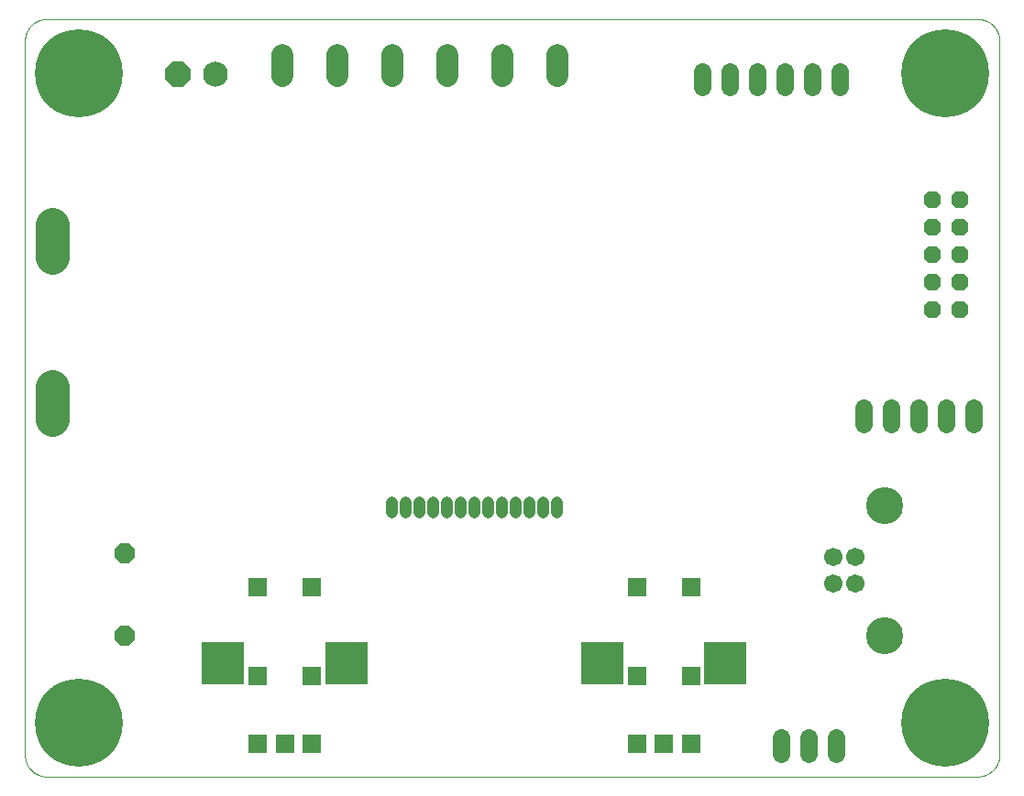
<source format=gbs>
G75*
%MOIN*%
%OFA0B0*%
%FSLAX25Y25*%
%IPPOS*%
%LPD*%
%AMOC8*
5,1,8,0,0,1.08239X$1,22.5*
%
%ADD10C,0.00400*%
%ADD11R,0.07093X0.07093*%
%ADD12R,0.15361X0.15361*%
%ADD13C,0.06699*%
%ADD14C,0.13455*%
%ADD15C,0.06306*%
%ADD16C,0.04362*%
%ADD17C,0.12211*%
%ADD18OC8,0.06306*%
%ADD19OC8,0.07487*%
%ADD20C,0.08077*%
%ADD21C,0.09061*%
%ADD22OC8,0.09061*%
%ADD23C,0.31896*%
D10*
X0032280Y0087909D02*
X0370863Y0087909D01*
X0371053Y0087911D01*
X0371243Y0087918D01*
X0371433Y0087930D01*
X0371623Y0087946D01*
X0371812Y0087966D01*
X0372001Y0087992D01*
X0372189Y0088021D01*
X0372376Y0088056D01*
X0372562Y0088095D01*
X0372747Y0088138D01*
X0372932Y0088186D01*
X0373115Y0088238D01*
X0373296Y0088294D01*
X0373476Y0088355D01*
X0373655Y0088421D01*
X0373832Y0088490D01*
X0374008Y0088564D01*
X0374181Y0088642D01*
X0374353Y0088725D01*
X0374522Y0088811D01*
X0374690Y0088901D01*
X0374855Y0088996D01*
X0375018Y0089094D01*
X0375178Y0089197D01*
X0375336Y0089303D01*
X0375491Y0089413D01*
X0375644Y0089526D01*
X0375794Y0089644D01*
X0375940Y0089765D01*
X0376084Y0089889D01*
X0376225Y0090017D01*
X0376363Y0090148D01*
X0376498Y0090283D01*
X0376629Y0090421D01*
X0376757Y0090562D01*
X0376881Y0090706D01*
X0377002Y0090852D01*
X0377120Y0091002D01*
X0377233Y0091155D01*
X0377343Y0091310D01*
X0377449Y0091468D01*
X0377552Y0091628D01*
X0377650Y0091791D01*
X0377745Y0091956D01*
X0377835Y0092124D01*
X0377921Y0092293D01*
X0378004Y0092465D01*
X0378082Y0092638D01*
X0378156Y0092814D01*
X0378225Y0092991D01*
X0378291Y0093170D01*
X0378352Y0093350D01*
X0378408Y0093531D01*
X0378460Y0093714D01*
X0378508Y0093899D01*
X0378551Y0094084D01*
X0378590Y0094270D01*
X0378625Y0094457D01*
X0378654Y0094645D01*
X0378680Y0094834D01*
X0378700Y0095023D01*
X0378716Y0095213D01*
X0378728Y0095403D01*
X0378735Y0095593D01*
X0378737Y0095783D01*
X0378737Y0355626D01*
X0378735Y0355816D01*
X0378728Y0356006D01*
X0378716Y0356196D01*
X0378700Y0356386D01*
X0378680Y0356575D01*
X0378654Y0356764D01*
X0378625Y0356952D01*
X0378590Y0357139D01*
X0378551Y0357325D01*
X0378508Y0357510D01*
X0378460Y0357695D01*
X0378408Y0357878D01*
X0378352Y0358059D01*
X0378291Y0358239D01*
X0378225Y0358418D01*
X0378156Y0358595D01*
X0378082Y0358771D01*
X0378004Y0358944D01*
X0377921Y0359116D01*
X0377835Y0359285D01*
X0377745Y0359453D01*
X0377650Y0359618D01*
X0377552Y0359781D01*
X0377449Y0359941D01*
X0377343Y0360099D01*
X0377233Y0360254D01*
X0377120Y0360407D01*
X0377002Y0360557D01*
X0376881Y0360703D01*
X0376757Y0360847D01*
X0376629Y0360988D01*
X0376498Y0361126D01*
X0376363Y0361261D01*
X0376225Y0361392D01*
X0376084Y0361520D01*
X0375940Y0361644D01*
X0375794Y0361765D01*
X0375644Y0361883D01*
X0375491Y0361996D01*
X0375336Y0362106D01*
X0375178Y0362212D01*
X0375018Y0362315D01*
X0374855Y0362413D01*
X0374690Y0362508D01*
X0374522Y0362598D01*
X0374353Y0362684D01*
X0374181Y0362767D01*
X0374008Y0362845D01*
X0373832Y0362919D01*
X0373655Y0362988D01*
X0373476Y0363054D01*
X0373296Y0363115D01*
X0373115Y0363171D01*
X0372932Y0363223D01*
X0372747Y0363271D01*
X0372562Y0363314D01*
X0372376Y0363353D01*
X0372189Y0363388D01*
X0372001Y0363417D01*
X0371812Y0363443D01*
X0371623Y0363463D01*
X0371433Y0363479D01*
X0371243Y0363491D01*
X0371053Y0363498D01*
X0370863Y0363500D01*
X0032280Y0363500D01*
X0032090Y0363498D01*
X0031900Y0363491D01*
X0031710Y0363479D01*
X0031520Y0363463D01*
X0031331Y0363443D01*
X0031142Y0363417D01*
X0030954Y0363388D01*
X0030767Y0363353D01*
X0030581Y0363314D01*
X0030396Y0363271D01*
X0030211Y0363223D01*
X0030028Y0363171D01*
X0029847Y0363115D01*
X0029667Y0363054D01*
X0029488Y0362988D01*
X0029311Y0362919D01*
X0029135Y0362845D01*
X0028962Y0362767D01*
X0028790Y0362684D01*
X0028621Y0362598D01*
X0028453Y0362508D01*
X0028288Y0362413D01*
X0028125Y0362315D01*
X0027965Y0362212D01*
X0027807Y0362106D01*
X0027652Y0361996D01*
X0027499Y0361883D01*
X0027349Y0361765D01*
X0027203Y0361644D01*
X0027059Y0361520D01*
X0026918Y0361392D01*
X0026780Y0361261D01*
X0026645Y0361126D01*
X0026514Y0360988D01*
X0026386Y0360847D01*
X0026262Y0360703D01*
X0026141Y0360557D01*
X0026023Y0360407D01*
X0025910Y0360254D01*
X0025800Y0360099D01*
X0025694Y0359941D01*
X0025591Y0359781D01*
X0025493Y0359618D01*
X0025398Y0359453D01*
X0025308Y0359285D01*
X0025222Y0359116D01*
X0025139Y0358944D01*
X0025061Y0358771D01*
X0024987Y0358595D01*
X0024918Y0358418D01*
X0024852Y0358239D01*
X0024791Y0358059D01*
X0024735Y0357878D01*
X0024683Y0357695D01*
X0024635Y0357510D01*
X0024592Y0357325D01*
X0024553Y0357139D01*
X0024518Y0356952D01*
X0024489Y0356764D01*
X0024463Y0356575D01*
X0024443Y0356386D01*
X0024427Y0356196D01*
X0024415Y0356006D01*
X0024408Y0355816D01*
X0024406Y0355626D01*
X0024406Y0095783D01*
X0024408Y0095593D01*
X0024415Y0095403D01*
X0024427Y0095213D01*
X0024443Y0095023D01*
X0024463Y0094834D01*
X0024489Y0094645D01*
X0024518Y0094457D01*
X0024553Y0094270D01*
X0024592Y0094084D01*
X0024635Y0093899D01*
X0024683Y0093714D01*
X0024735Y0093531D01*
X0024791Y0093350D01*
X0024852Y0093170D01*
X0024918Y0092991D01*
X0024987Y0092814D01*
X0025061Y0092638D01*
X0025139Y0092465D01*
X0025222Y0092293D01*
X0025308Y0092124D01*
X0025398Y0091956D01*
X0025493Y0091791D01*
X0025591Y0091628D01*
X0025694Y0091468D01*
X0025800Y0091310D01*
X0025910Y0091155D01*
X0026023Y0091002D01*
X0026141Y0090852D01*
X0026262Y0090706D01*
X0026386Y0090562D01*
X0026514Y0090421D01*
X0026645Y0090283D01*
X0026780Y0090148D01*
X0026918Y0090017D01*
X0027059Y0089889D01*
X0027203Y0089765D01*
X0027349Y0089644D01*
X0027499Y0089526D01*
X0027652Y0089413D01*
X0027807Y0089303D01*
X0027965Y0089197D01*
X0028125Y0089094D01*
X0028288Y0088996D01*
X0028453Y0088901D01*
X0028621Y0088811D01*
X0028790Y0088725D01*
X0028962Y0088642D01*
X0029135Y0088564D01*
X0029311Y0088490D01*
X0029488Y0088421D01*
X0029667Y0088355D01*
X0029847Y0088294D01*
X0030028Y0088238D01*
X0030211Y0088186D01*
X0030396Y0088138D01*
X0030581Y0088095D01*
X0030767Y0088056D01*
X0030954Y0088021D01*
X0031142Y0087992D01*
X0031331Y0087966D01*
X0031520Y0087946D01*
X0031710Y0087930D01*
X0031900Y0087918D01*
X0032090Y0087911D01*
X0032280Y0087909D01*
D11*
X0109052Y0099720D03*
X0109052Y0099720D03*
X0118894Y0099720D03*
X0118894Y0099720D03*
X0128737Y0099720D03*
X0128737Y0099720D03*
X0128737Y0124327D03*
X0109052Y0124327D03*
X0109052Y0156807D03*
X0128737Y0156807D03*
X0246847Y0156807D03*
X0266532Y0156807D03*
X0266532Y0124327D03*
X0246847Y0124327D03*
X0246847Y0099720D03*
X0246847Y0099720D03*
X0256690Y0099720D03*
X0256690Y0099720D03*
X0266532Y0099720D03*
X0266532Y0099720D03*
D12*
X0279131Y0129248D03*
X0234249Y0129248D03*
X0141335Y0129248D03*
X0096453Y0129248D03*
D13*
X0318363Y0157988D03*
X0326237Y0157988D03*
X0326237Y0167831D03*
X0318363Y0167831D03*
D14*
X0336906Y0186610D03*
X0336906Y0139209D03*
D15*
X0319406Y0102112D02*
X0319406Y0096207D01*
X0309406Y0096207D02*
X0309406Y0102112D01*
X0299406Y0102112D02*
X0299406Y0096207D01*
X0329406Y0216207D02*
X0329406Y0222112D01*
X0339406Y0222112D02*
X0339406Y0216207D01*
X0349406Y0216207D02*
X0349406Y0222112D01*
X0359406Y0222112D02*
X0359406Y0216207D01*
X0369406Y0216207D02*
X0369406Y0222112D01*
X0320656Y0338707D02*
X0320656Y0344612D01*
X0310656Y0344612D02*
X0310656Y0338707D01*
X0300656Y0338707D02*
X0300656Y0344612D01*
X0290656Y0344612D02*
X0290656Y0338707D01*
X0280656Y0338707D02*
X0280656Y0344612D01*
X0270656Y0344612D02*
X0270656Y0338707D01*
D16*
X0217792Y0187971D02*
X0217792Y0184009D01*
X0212792Y0184009D02*
X0212792Y0187971D01*
X0207792Y0187971D02*
X0207792Y0184009D01*
X0202792Y0184009D02*
X0202792Y0187971D01*
X0197792Y0187971D02*
X0197792Y0184009D01*
X0192792Y0184009D02*
X0192792Y0187971D01*
X0187792Y0187971D02*
X0187792Y0184009D01*
X0182792Y0184009D02*
X0182792Y0187971D01*
X0177792Y0187971D02*
X0177792Y0184009D01*
X0172792Y0184009D02*
X0172792Y0187971D01*
X0167792Y0187971D02*
X0167792Y0184009D01*
X0162792Y0184009D02*
X0162792Y0187971D01*
X0157792Y0187971D02*
X0157792Y0184009D01*
D17*
X0034249Y0217880D02*
X0034249Y0229691D01*
X0034249Y0276935D02*
X0034249Y0288746D01*
D18*
X0354406Y0287909D03*
X0354406Y0277909D03*
X0364406Y0277909D03*
X0364406Y0287909D03*
X0364406Y0297909D03*
X0354406Y0297909D03*
X0354406Y0267909D03*
X0354406Y0257909D03*
X0364406Y0257909D03*
X0364406Y0267909D03*
D19*
X0060656Y0169159D03*
X0060656Y0139159D03*
D20*
X0118156Y0342821D02*
X0118156Y0350498D01*
X0138156Y0350498D02*
X0138156Y0342821D01*
X0158156Y0342821D02*
X0158156Y0350498D01*
X0178156Y0350498D02*
X0178156Y0342821D01*
X0198156Y0342821D02*
X0198156Y0350498D01*
X0218156Y0350498D02*
X0218156Y0342821D01*
D21*
X0093796Y0343638D03*
D22*
X0080016Y0343638D03*
D23*
X0044091Y0343815D03*
X0044091Y0107594D03*
X0359052Y0107594D03*
X0359052Y0343815D03*
M02*

</source>
